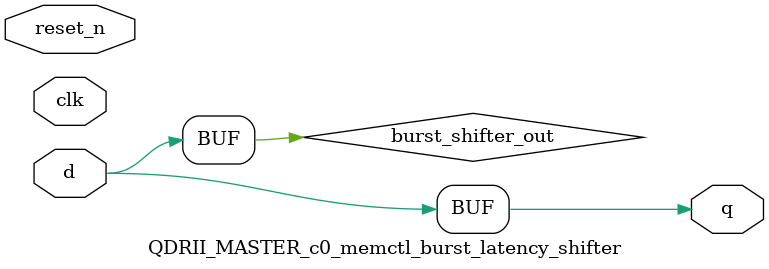
<source format=sv>



module QDRII_MASTER_c0_memctl_burst_latency_shifter (
	clk,
	reset_n,
	d,
	q
);

//////////////////////////////////////////////////////////////////////////////
// BEGIN PARAMETER SECTION

parameter MAX_LATENCY	= "";
parameter BURST_LENGTH	= "";

// END PARAMETER SECTION
//////////////////////////////////////////////////////////////////////////////

//////////////////////////////////////////////////////////////////////////////
// BEGIN PORT SECTION

input					clk;
input					reset_n;
input					d;
output	[MAX_LATENCY:0]	q;

// END PORT SECTION
//////////////////////////////////////////////////////////////////////////////

wire					burst_shifter_out;


// The signal is not prolonged, which is equivalent to a simple wire
assign burst_shifter_out = d;


// Latency shifter
generate
if (MAX_LATENCY == 0)
begin : latency_shifter_gen_0
	// The signal is not delayed, which is equivalent to a simple wire
	assign q = burst_shifter_out;
end
else
begin : latency_shifter_gen_n
	reg		[MAX_LATENCY:1]	latency_shifter;
	logic	[MAX_LATENCY:0]	latency_shifter_out;

	assign q = latency_shifter_out;


	// Connect shift register outputs
	always_comb
	begin
		latency_shifter_out[0] <= burst_shifter_out;
		for (int i = 1; i <= MAX_LATENCY; i++)
			latency_shifter_out[i] <= latency_shifter[i];
	end


	// Shift register logic
	always_ff @(posedge clk or negedge reset_n)
	begin
		if (!reset_n)
			latency_shifter <= '0;
		else
		begin
			latency_shifter[1] <= burst_shifter_out;
			for (int i = 2; i <= MAX_LATENCY; i++)
				latency_shifter[i] <= latency_shifter[i-1];
		end
	end
end
endgenerate


endmodule


</source>
